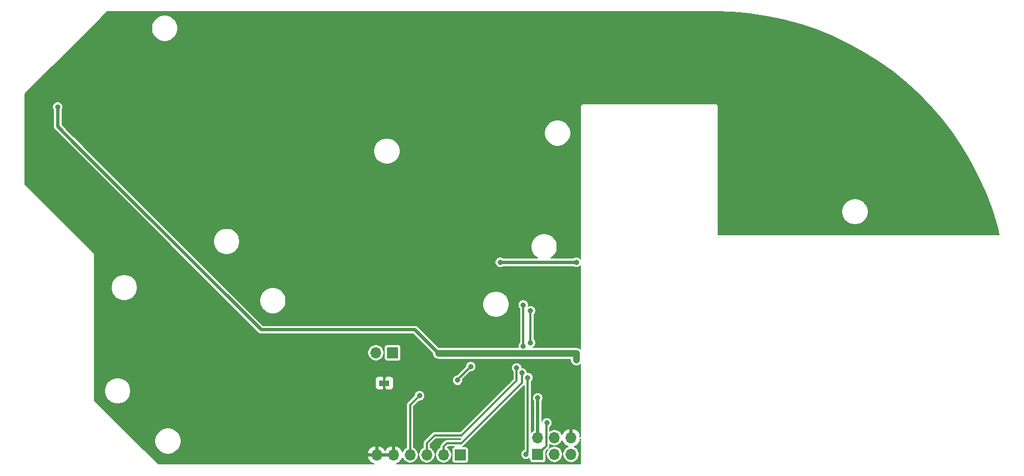
<source format=gbr>
G04 #@! TF.GenerationSoftware,KiCad,Pcbnew,(5.1.5-0-10_14)*
G04 #@! TF.CreationDate,2020-04-05T12:42:30-04:00*
G04 #@! TF.ProjectId,mobo,6d6f626f-2e6b-4696-9361-645f70636258,rev?*
G04 #@! TF.SameCoordinates,Original*
G04 #@! TF.FileFunction,Copper,L2,Bot*
G04 #@! TF.FilePolarity,Positive*
%FSLAX46Y46*%
G04 Gerber Fmt 4.6, Leading zero omitted, Abs format (unit mm)*
G04 Created by KiCad (PCBNEW (5.1.5-0-10_14)) date 2020-04-05 12:42:30*
%MOMM*%
%LPD*%
G04 APERTURE LIST*
%ADD10R,1.700000X1.700000*%
%ADD11O,1.700000X1.700000*%
%ADD12C,0.600000*%
%ADD13R,1.600000X0.900000*%
%ADD14C,0.800000*%
%ADD15C,0.300000*%
%ADD16C,0.500000*%
%ADD17C,1.000000*%
%ADD18C,0.200000*%
G04 APERTURE END LIST*
D10*
X155600000Y-171000000D03*
D11*
X155600000Y-168460000D03*
X158140000Y-171000000D03*
X158140000Y-168460000D03*
X160680000Y-171000000D03*
X160680000Y-168460000D03*
D10*
X143798000Y-171087000D03*
D11*
X141258000Y-171087000D03*
X138718000Y-171087000D03*
X136178000Y-171087000D03*
X133638000Y-171087000D03*
X131098000Y-171087000D03*
D10*
X133500000Y-155500000D03*
D11*
X130960000Y-155500000D03*
D12*
X132747000Y-160140000D03*
X131747000Y-160140000D03*
D13*
X132247000Y-160140000D03*
D14*
X130215000Y-160140000D03*
X151000000Y-160000000D03*
X143900000Y-161400000D03*
X88300000Y-113200000D03*
X83300000Y-116000000D03*
X155600000Y-162400000D03*
X137600000Y-162050000D03*
X161500000Y-155600000D03*
X161500000Y-156600000D03*
X140500000Y-155600000D03*
X141400000Y-155600000D03*
X149900000Y-141700000D03*
X161500000Y-141700000D03*
X82500000Y-118000000D03*
X154100000Y-159300000D03*
X153800000Y-171000000D03*
X153200000Y-158600000D03*
X152400000Y-157800000D03*
X154500000Y-154000000D03*
X154500000Y-149100000D03*
X153400000Y-154500000D03*
X153400000Y-148200000D03*
X157000000Y-166200000D03*
X143400000Y-159700000D03*
X145400000Y-157600000D03*
D15*
X132247000Y-161664000D02*
X132247000Y-160140000D01*
X132120000Y-161791000D02*
X132247000Y-161664000D01*
X131300315Y-161791000D02*
X132120000Y-161791000D01*
X130215000Y-160705685D02*
X131300315Y-161791000D01*
X130215000Y-160140000D02*
X130215000Y-160705685D01*
X130215000Y-160140000D02*
X130215000Y-159632000D01*
X130215000Y-159632000D02*
X131358000Y-158489000D01*
X131358000Y-158489000D02*
X132120000Y-158489000D01*
X132120000Y-158489000D02*
X132247000Y-158616000D01*
X132247000Y-158616000D02*
X132247000Y-160140000D01*
D16*
X155600000Y-168460000D02*
X155600000Y-162400000D01*
D15*
X136178000Y-163472000D02*
X136178000Y-171087000D01*
X137600000Y-162050000D02*
X136178000Y-163472000D01*
D17*
X161500000Y-155600000D02*
X141400000Y-155600000D01*
X161500000Y-156600000D02*
X161500000Y-155600000D01*
X140500000Y-155600000D02*
X140500000Y-155600000D01*
X141400000Y-155600000D02*
X140500000Y-155600000D01*
D16*
X149900000Y-141700000D02*
X161500000Y-141700000D01*
X140500000Y-155600000D02*
X136900000Y-152000000D01*
X136900000Y-152000000D02*
X113500000Y-152000000D01*
X113500000Y-152000000D02*
X91000000Y-129500000D01*
X91000000Y-129500000D02*
X85400000Y-123900000D01*
X85400000Y-123900000D02*
X82500000Y-121000000D01*
X82500000Y-121000000D02*
X82500000Y-118000000D01*
D15*
X154100000Y-170700000D02*
X153800000Y-171000000D01*
X154100000Y-159300000D02*
X154100000Y-170700000D01*
X141258000Y-169842000D02*
X141258000Y-171087000D01*
X153200000Y-160100000D02*
X144000000Y-169300000D01*
X141800000Y-169300000D02*
X141258000Y-169842000D01*
X144000000Y-169300000D02*
X141800000Y-169300000D01*
X153200000Y-158600000D02*
X153200000Y-160100000D01*
X152400000Y-159710002D02*
X144010002Y-168100000D01*
X152400000Y-157800000D02*
X152400000Y-159710002D01*
X144010002Y-168100000D02*
X139900000Y-168100000D01*
X138718000Y-169282000D02*
X138718000Y-171087000D01*
X139900000Y-168100000D02*
X138718000Y-169282000D01*
X154500000Y-154000000D02*
X154500000Y-149100000D01*
X153400000Y-154500000D02*
X153400000Y-148200000D01*
X156900000Y-169700000D02*
X155600000Y-171000000D01*
X156900000Y-166300000D02*
X156900000Y-169700000D01*
X157000000Y-166200000D02*
X156900000Y-166300000D01*
X143400000Y-159600000D02*
X145400000Y-157600000D01*
X143400000Y-159700000D02*
X143400000Y-159600000D01*
D18*
G36*
X182622647Y-103480000D02*
G01*
X185269114Y-103558546D01*
X187898957Y-103793252D01*
X190510226Y-104183510D01*
X193093757Y-104727944D01*
X195640483Y-105424649D01*
X198141380Y-106271156D01*
X200587663Y-107264489D01*
X202970764Y-108401169D01*
X205282227Y-109677165D01*
X207513961Y-111088011D01*
X209658091Y-112628723D01*
X211707069Y-114293882D01*
X213653700Y-116077641D01*
X215491099Y-117973689D01*
X217212820Y-119975375D01*
X218812804Y-122075654D01*
X220285408Y-124267120D01*
X221625450Y-126542060D01*
X222828222Y-128892482D01*
X223889478Y-131310090D01*
X224805487Y-133786386D01*
X225573683Y-136314817D01*
X225864623Y-137479999D01*
X183129999Y-137479999D01*
X183129999Y-133782004D01*
X201903998Y-133782004D01*
X201903998Y-134177994D01*
X201981252Y-134566374D01*
X202132790Y-134932220D01*
X202352790Y-135261473D01*
X202632797Y-135541480D01*
X202962050Y-135761480D01*
X203327896Y-135913018D01*
X203716276Y-135990272D01*
X204112266Y-135990272D01*
X204500646Y-135913018D01*
X204866492Y-135761480D01*
X205195745Y-135541480D01*
X205475752Y-135261473D01*
X205695752Y-134932220D01*
X205847290Y-134566374D01*
X205924544Y-134177994D01*
X205924544Y-133782004D01*
X205847290Y-133393624D01*
X205695752Y-133027778D01*
X205475752Y-132698525D01*
X205195745Y-132418518D01*
X204866492Y-132198518D01*
X204500646Y-132046980D01*
X204112266Y-131969726D01*
X203716276Y-131969726D01*
X203327896Y-132046980D01*
X202962050Y-132198518D01*
X202632797Y-132418518D01*
X202352790Y-132698525D01*
X202132790Y-133027778D01*
X201981252Y-133393624D01*
X201903998Y-133782004D01*
X183129999Y-133782004D01*
X183129999Y-118004560D01*
X183132418Y-117980000D01*
X183122764Y-117881983D01*
X183094174Y-117787733D01*
X183047745Y-117700871D01*
X182985263Y-117624736D01*
X182909128Y-117562254D01*
X182822266Y-117515825D01*
X182728016Y-117487235D01*
X182654559Y-117480000D01*
X182629999Y-117477581D01*
X182605439Y-117480000D01*
X162654560Y-117480000D01*
X162630000Y-117477581D01*
X162605440Y-117480000D01*
X162531983Y-117487235D01*
X162437733Y-117515825D01*
X162350871Y-117562254D01*
X162274736Y-117624736D01*
X162212254Y-117700871D01*
X162165825Y-117787733D01*
X162137235Y-117881983D01*
X162127581Y-117980000D01*
X162130000Y-118004560D01*
X162130000Y-141202900D01*
X162121401Y-141190030D01*
X162009970Y-141078599D01*
X161878942Y-140991049D01*
X161733351Y-140930743D01*
X161578793Y-140900000D01*
X161421207Y-140900000D01*
X161266649Y-140930743D01*
X161121058Y-140991049D01*
X161032831Y-141050000D01*
X157596585Y-141050000D01*
X157854800Y-140877466D01*
X158134807Y-140597459D01*
X158354807Y-140268206D01*
X158506345Y-139902360D01*
X158583599Y-139513980D01*
X158583599Y-139117990D01*
X158506345Y-138729610D01*
X158354807Y-138363764D01*
X158134807Y-138034511D01*
X157854800Y-137754504D01*
X157525547Y-137534504D01*
X157159701Y-137382966D01*
X156771321Y-137305712D01*
X156375331Y-137305712D01*
X155986951Y-137382966D01*
X155621105Y-137534504D01*
X155291852Y-137754504D01*
X155011845Y-138034511D01*
X154791845Y-138363764D01*
X154640307Y-138729610D01*
X154563053Y-139117990D01*
X154563053Y-139513980D01*
X154640307Y-139902360D01*
X154791845Y-140268206D01*
X155011845Y-140597459D01*
X155291852Y-140877466D01*
X155550067Y-141050000D01*
X150367169Y-141050000D01*
X150278942Y-140991049D01*
X150133351Y-140930743D01*
X149978793Y-140900000D01*
X149821207Y-140900000D01*
X149666649Y-140930743D01*
X149521058Y-140991049D01*
X149390030Y-141078599D01*
X149278599Y-141190030D01*
X149191049Y-141321058D01*
X149130743Y-141466649D01*
X149100000Y-141621207D01*
X149100000Y-141778793D01*
X149130743Y-141933351D01*
X149191049Y-142078942D01*
X149278599Y-142209970D01*
X149390030Y-142321401D01*
X149521058Y-142408951D01*
X149666649Y-142469257D01*
X149821207Y-142500000D01*
X149978793Y-142500000D01*
X150133351Y-142469257D01*
X150278942Y-142408951D01*
X150367169Y-142350000D01*
X161032831Y-142350000D01*
X161121058Y-142408951D01*
X161266649Y-142469257D01*
X161421207Y-142500000D01*
X161578793Y-142500000D01*
X161733351Y-142469257D01*
X161878942Y-142408951D01*
X162009970Y-142321401D01*
X162121401Y-142209970D01*
X162130000Y-142197100D01*
X162130001Y-154952750D01*
X162002432Y-154848057D01*
X161846081Y-154764486D01*
X161676431Y-154713023D01*
X161544207Y-154700000D01*
X161500000Y-154695646D01*
X161455794Y-154700000D01*
X154892338Y-154700000D01*
X155009970Y-154621401D01*
X155121401Y-154509970D01*
X155208951Y-154378942D01*
X155269257Y-154233351D01*
X155300000Y-154078793D01*
X155300000Y-153921207D01*
X155269257Y-153766649D01*
X155208951Y-153621058D01*
X155121401Y-153490030D01*
X155050000Y-153418629D01*
X155050000Y-149681371D01*
X155121401Y-149609970D01*
X155208951Y-149478942D01*
X155269257Y-149333351D01*
X155300000Y-149178793D01*
X155300000Y-149021207D01*
X155269257Y-148866649D01*
X155208951Y-148721058D01*
X155121401Y-148590030D01*
X155009970Y-148478599D01*
X154878942Y-148391049D01*
X154733351Y-148330743D01*
X154578793Y-148300000D01*
X154421207Y-148300000D01*
X154266649Y-148330743D01*
X154182755Y-148365493D01*
X154200000Y-148278793D01*
X154200000Y-148121207D01*
X154169257Y-147966649D01*
X154108951Y-147821058D01*
X154021401Y-147690030D01*
X153909970Y-147578599D01*
X153778942Y-147491049D01*
X153633351Y-147430743D01*
X153478793Y-147400000D01*
X153321207Y-147400000D01*
X153166649Y-147430743D01*
X153021058Y-147491049D01*
X152890030Y-147578599D01*
X152778599Y-147690030D01*
X152691049Y-147821058D01*
X152630743Y-147966649D01*
X152600000Y-148121207D01*
X152600000Y-148278793D01*
X152630743Y-148433351D01*
X152691049Y-148578942D01*
X152778599Y-148709970D01*
X152850001Y-148781372D01*
X152850000Y-153918629D01*
X152778599Y-153990030D01*
X152691049Y-154121058D01*
X152630743Y-154266649D01*
X152600000Y-154421207D01*
X152600000Y-154578793D01*
X152624109Y-154700000D01*
X140519238Y-154700000D01*
X137382200Y-151562962D01*
X137361843Y-151538157D01*
X137262868Y-151456930D01*
X137149948Y-151396573D01*
X137027422Y-151359405D01*
X136931932Y-151350000D01*
X136931921Y-151350000D01*
X136900000Y-151346856D01*
X136868079Y-151350000D01*
X113769239Y-151350000D01*
X109769908Y-147350669D01*
X113243926Y-147350669D01*
X113243926Y-147746659D01*
X113321180Y-148135039D01*
X113472718Y-148500885D01*
X113692718Y-148830138D01*
X113972725Y-149110145D01*
X114301978Y-149330145D01*
X114667824Y-149481683D01*
X115056204Y-149558937D01*
X115452194Y-149558937D01*
X115840574Y-149481683D01*
X116206420Y-149330145D01*
X116535673Y-149110145D01*
X116815680Y-148830138D01*
X117035680Y-148500885D01*
X117187218Y-148135039D01*
X117232548Y-147907149D01*
X147239372Y-147907149D01*
X147239372Y-148303139D01*
X147316626Y-148691519D01*
X147468164Y-149057365D01*
X147688164Y-149386618D01*
X147968171Y-149666625D01*
X148297424Y-149886625D01*
X148663270Y-150038163D01*
X149051650Y-150115417D01*
X149447640Y-150115417D01*
X149836020Y-150038163D01*
X150201866Y-149886625D01*
X150531119Y-149666625D01*
X150811126Y-149386618D01*
X151031126Y-149057365D01*
X151182664Y-148691519D01*
X151259918Y-148303139D01*
X151259918Y-147907149D01*
X151182664Y-147518769D01*
X151031126Y-147152923D01*
X150811126Y-146823670D01*
X150531119Y-146543663D01*
X150201866Y-146323663D01*
X149836020Y-146172125D01*
X149447640Y-146094871D01*
X149051650Y-146094871D01*
X148663270Y-146172125D01*
X148297424Y-146323663D01*
X147968171Y-146543663D01*
X147688164Y-146823670D01*
X147468164Y-147152923D01*
X147316626Y-147518769D01*
X147239372Y-147907149D01*
X117232548Y-147907149D01*
X117264472Y-147746659D01*
X117264472Y-147350669D01*
X117187218Y-146962289D01*
X117035680Y-146596443D01*
X116815680Y-146267190D01*
X116535673Y-145987183D01*
X116206420Y-145767183D01*
X115840574Y-145615645D01*
X115452194Y-145538391D01*
X115056204Y-145538391D01*
X114667824Y-145615645D01*
X114301978Y-145767183D01*
X113972725Y-145987183D01*
X113692718Y-146267190D01*
X113472718Y-146596443D01*
X113321180Y-146962289D01*
X113243926Y-147350669D01*
X109769908Y-147350669D01*
X100745756Y-138326517D01*
X106211835Y-138326517D01*
X106211835Y-138722507D01*
X106289089Y-139110887D01*
X106440627Y-139476733D01*
X106660627Y-139805986D01*
X106940634Y-140085993D01*
X107269887Y-140305993D01*
X107635733Y-140457531D01*
X108024113Y-140534785D01*
X108420103Y-140534785D01*
X108808483Y-140457531D01*
X109174329Y-140305993D01*
X109503582Y-140085993D01*
X109783589Y-139805986D01*
X110003589Y-139476733D01*
X110155127Y-139110887D01*
X110232381Y-138722507D01*
X110232381Y-138326517D01*
X110155127Y-137938137D01*
X110003589Y-137572291D01*
X109783589Y-137243038D01*
X109503582Y-136963031D01*
X109174329Y-136743031D01*
X108808483Y-136591493D01*
X108420103Y-136514239D01*
X108024113Y-136514239D01*
X107635733Y-136591493D01*
X107269887Y-136743031D01*
X106940634Y-136963031D01*
X106660627Y-137243038D01*
X106440627Y-137572291D01*
X106289089Y-137938137D01*
X106211835Y-138326517D01*
X100745756Y-138326517D01*
X91482203Y-129062965D01*
X91482198Y-129062959D01*
X86951243Y-124532004D01*
X130619728Y-124532004D01*
X130619728Y-124927994D01*
X130696982Y-125316374D01*
X130848520Y-125682220D01*
X131068520Y-126011473D01*
X131348527Y-126291480D01*
X131677780Y-126511480D01*
X132043626Y-126663018D01*
X132432006Y-126740272D01*
X132827996Y-126740272D01*
X133216376Y-126663018D01*
X133582222Y-126511480D01*
X133911475Y-126291480D01*
X134191482Y-126011473D01*
X134411482Y-125682220D01*
X134563020Y-125316374D01*
X134640274Y-124927994D01*
X134640274Y-124532004D01*
X134563020Y-124143624D01*
X134411482Y-123777778D01*
X134191482Y-123448525D01*
X133911475Y-123168518D01*
X133582222Y-122948518D01*
X133216376Y-122796980D01*
X132827996Y-122719726D01*
X132432006Y-122719726D01*
X132043626Y-122796980D01*
X131677780Y-122948518D01*
X131348527Y-123168518D01*
X131068520Y-123448525D01*
X130848520Y-123777778D01*
X130696982Y-124143624D01*
X130619728Y-124532004D01*
X86951243Y-124532004D01*
X85882203Y-123462965D01*
X85882198Y-123462959D01*
X84201244Y-121782005D01*
X156619727Y-121782005D01*
X156619727Y-122177995D01*
X156696981Y-122566375D01*
X156848519Y-122932221D01*
X157068519Y-123261474D01*
X157348526Y-123541481D01*
X157677779Y-123761481D01*
X158043625Y-123913019D01*
X158432005Y-123990273D01*
X158827995Y-123990273D01*
X159216375Y-123913019D01*
X159582221Y-123761481D01*
X159911474Y-123541481D01*
X160191481Y-123261474D01*
X160411481Y-122932221D01*
X160563019Y-122566375D01*
X160640273Y-122177995D01*
X160640273Y-121782005D01*
X160563019Y-121393625D01*
X160411481Y-121027779D01*
X160191481Y-120698526D01*
X159911474Y-120418519D01*
X159582221Y-120198519D01*
X159216375Y-120046981D01*
X158827995Y-119969727D01*
X158432005Y-119969727D01*
X158043625Y-120046981D01*
X157677779Y-120198519D01*
X157348526Y-120418519D01*
X157068519Y-120698526D01*
X156848519Y-121027779D01*
X156696981Y-121393625D01*
X156619727Y-121782005D01*
X84201244Y-121782005D01*
X83150000Y-120730762D01*
X83150000Y-118467169D01*
X83208951Y-118378942D01*
X83269257Y-118233351D01*
X83300000Y-118078793D01*
X83300000Y-117921207D01*
X83269257Y-117766649D01*
X83208951Y-117621058D01*
X83121401Y-117490030D01*
X83009970Y-117378599D01*
X82878942Y-117291049D01*
X82733351Y-117230743D01*
X82578793Y-117200000D01*
X82421207Y-117200000D01*
X82266649Y-117230743D01*
X82121058Y-117291049D01*
X81990030Y-117378599D01*
X81878599Y-117490030D01*
X81791049Y-117621058D01*
X81730743Y-117766649D01*
X81700000Y-117921207D01*
X81700000Y-118078793D01*
X81730743Y-118233351D01*
X81791049Y-118378942D01*
X81850001Y-118467170D01*
X81850000Y-120968078D01*
X81846856Y-121000000D01*
X81850000Y-121031921D01*
X81850000Y-121031931D01*
X81859405Y-121127421D01*
X81883542Y-121206990D01*
X81896573Y-121249947D01*
X81956930Y-121362868D01*
X81969696Y-121378423D01*
X82038157Y-121461843D01*
X82062962Y-121482200D01*
X84962959Y-124382198D01*
X84962965Y-124382203D01*
X90562959Y-129982198D01*
X90562965Y-129982203D01*
X113017804Y-152437043D01*
X113038157Y-152461843D01*
X113062957Y-152482196D01*
X113062959Y-152482198D01*
X113115836Y-152525593D01*
X113137132Y-152543070D01*
X113250052Y-152603427D01*
X113372578Y-152640595D01*
X113468068Y-152650000D01*
X113468078Y-152650000D01*
X113499999Y-152653144D01*
X113531920Y-152650000D01*
X136630762Y-152650000D01*
X139597272Y-155616510D01*
X139613023Y-155776431D01*
X139664486Y-155946081D01*
X139748057Y-156102432D01*
X139860525Y-156239475D01*
X139997568Y-156351943D01*
X140153919Y-156435514D01*
X140323569Y-156486977D01*
X140455793Y-156500000D01*
X160600000Y-156500000D01*
X160600000Y-156644206D01*
X160613023Y-156776430D01*
X160664486Y-156946080D01*
X160748057Y-157102431D01*
X160860525Y-157239475D01*
X160997568Y-157351943D01*
X161153919Y-157435514D01*
X161323569Y-157486977D01*
X161500000Y-157504354D01*
X161676430Y-157486977D01*
X161846080Y-157435514D01*
X162002431Y-157351943D01*
X162130001Y-157247250D01*
X162130001Y-168305998D01*
X161977851Y-168305998D01*
X162087909Y-168081089D01*
X161986935Y-167813700D01*
X161835736Y-167571148D01*
X161640122Y-167362754D01*
X161407611Y-167196527D01*
X161147139Y-167078854D01*
X161058910Y-167052097D01*
X160834000Y-167163111D01*
X160834000Y-168306000D01*
X160854000Y-168306000D01*
X160854000Y-168614000D01*
X160834000Y-168614000D01*
X160834000Y-168634000D01*
X160526000Y-168634000D01*
X160526000Y-168614000D01*
X160506000Y-168614000D01*
X160506000Y-168306000D01*
X160526000Y-168306000D01*
X160526000Y-167163111D01*
X160301090Y-167052097D01*
X160212861Y-167078854D01*
X159952389Y-167196527D01*
X159719878Y-167362754D01*
X159524264Y-167571148D01*
X159373065Y-167813700D01*
X159302588Y-168000330D01*
X159247735Y-167867903D01*
X159110938Y-167663172D01*
X158936828Y-167489062D01*
X158732097Y-167352265D01*
X158504611Y-167258037D01*
X158263114Y-167210000D01*
X158016886Y-167210000D01*
X157775389Y-167258037D01*
X157547903Y-167352265D01*
X157450000Y-167417682D01*
X157450000Y-166861472D01*
X157509970Y-166821401D01*
X157621401Y-166709970D01*
X157708951Y-166578942D01*
X157769257Y-166433351D01*
X157800000Y-166278793D01*
X157800000Y-166121207D01*
X157769257Y-165966649D01*
X157708951Y-165821058D01*
X157621401Y-165690030D01*
X157509970Y-165578599D01*
X157378942Y-165491049D01*
X157233351Y-165430743D01*
X157078793Y-165400000D01*
X156921207Y-165400000D01*
X156766649Y-165430743D01*
X156621058Y-165491049D01*
X156490030Y-165578599D01*
X156378599Y-165690030D01*
X156291049Y-165821058D01*
X156250000Y-165920159D01*
X156250000Y-162867169D01*
X156308951Y-162778942D01*
X156369257Y-162633351D01*
X156400000Y-162478793D01*
X156400000Y-162321207D01*
X156369257Y-162166649D01*
X156308951Y-162021058D01*
X156221401Y-161890030D01*
X156109970Y-161778599D01*
X155978942Y-161691049D01*
X155833351Y-161630743D01*
X155678793Y-161600000D01*
X155521207Y-161600000D01*
X155366649Y-161630743D01*
X155221058Y-161691049D01*
X155090030Y-161778599D01*
X154978599Y-161890030D01*
X154891049Y-162021058D01*
X154830743Y-162166649D01*
X154800000Y-162321207D01*
X154800000Y-162478793D01*
X154830743Y-162633351D01*
X154891049Y-162778942D01*
X154950001Y-162867170D01*
X154950000Y-167390954D01*
X154803172Y-167489062D01*
X154650000Y-167642234D01*
X154650000Y-159881371D01*
X154721401Y-159809970D01*
X154808951Y-159678942D01*
X154869257Y-159533351D01*
X154900000Y-159378793D01*
X154900000Y-159221207D01*
X154869257Y-159066649D01*
X154808951Y-158921058D01*
X154721401Y-158790030D01*
X154609970Y-158678599D01*
X154478942Y-158591049D01*
X154333351Y-158530743D01*
X154178793Y-158500000D01*
X154021207Y-158500000D01*
X153996749Y-158504865D01*
X153969257Y-158366649D01*
X153908951Y-158221058D01*
X153821401Y-158090030D01*
X153709970Y-157978599D01*
X153578942Y-157891049D01*
X153433351Y-157830743D01*
X153278793Y-157800000D01*
X153200000Y-157800000D01*
X153200000Y-157721207D01*
X153169257Y-157566649D01*
X153108951Y-157421058D01*
X153021401Y-157290030D01*
X152909970Y-157178599D01*
X152778942Y-157091049D01*
X152633351Y-157030743D01*
X152478793Y-157000000D01*
X152321207Y-157000000D01*
X152166649Y-157030743D01*
X152021058Y-157091049D01*
X151890030Y-157178599D01*
X151778599Y-157290030D01*
X151691049Y-157421058D01*
X151630743Y-157566649D01*
X151600000Y-157721207D01*
X151600000Y-157878793D01*
X151630743Y-158033351D01*
X151691049Y-158178942D01*
X151778599Y-158309970D01*
X151850000Y-158381371D01*
X151850001Y-159482183D01*
X143782185Y-167550000D01*
X139927007Y-167550000D01*
X139899999Y-167547340D01*
X139872991Y-167550000D01*
X139872982Y-167550000D01*
X139792181Y-167557958D01*
X139688506Y-167589408D01*
X139592958Y-167640479D01*
X139592956Y-167640480D01*
X139592957Y-167640480D01*
X139530195Y-167691987D01*
X139530190Y-167691992D01*
X139509210Y-167709210D01*
X139491992Y-167730190D01*
X138348196Y-168873987D01*
X138327210Y-168891210D01*
X138258479Y-168974958D01*
X138207408Y-169070507D01*
X138175958Y-169174182D01*
X138168000Y-169254983D01*
X138168000Y-169254992D01*
X138165340Y-169282000D01*
X138168000Y-169309008D01*
X138168000Y-169961828D01*
X138125903Y-169979265D01*
X137921172Y-170116062D01*
X137747062Y-170290172D01*
X137610265Y-170494903D01*
X137516037Y-170722389D01*
X137468000Y-170963886D01*
X137468000Y-171210114D01*
X137516037Y-171451611D01*
X137610265Y-171679097D01*
X137747062Y-171883828D01*
X137921172Y-172057938D01*
X138125903Y-172194735D01*
X138353389Y-172288963D01*
X138594886Y-172337000D01*
X138841114Y-172337000D01*
X139082611Y-172288963D01*
X139310097Y-172194735D01*
X139514828Y-172057938D01*
X139688938Y-171883828D01*
X139825735Y-171679097D01*
X139919963Y-171451611D01*
X139968000Y-171210114D01*
X139968000Y-170963886D01*
X139919963Y-170722389D01*
X139825735Y-170494903D01*
X139688938Y-170290172D01*
X139514828Y-170116062D01*
X139310097Y-169979265D01*
X139268000Y-169961828D01*
X139268000Y-169509817D01*
X140127818Y-168650000D01*
X143872183Y-168650000D01*
X143772183Y-168750000D01*
X141827011Y-168750000D01*
X141800000Y-168747340D01*
X141772989Y-168750000D01*
X141772982Y-168750000D01*
X141692181Y-168757958D01*
X141588505Y-168789408D01*
X141526634Y-168822479D01*
X141492958Y-168840479D01*
X141409210Y-168909210D01*
X141391987Y-168930196D01*
X140888196Y-169433987D01*
X140867210Y-169451210D01*
X140798479Y-169534958D01*
X140747408Y-169630507D01*
X140715958Y-169734182D01*
X140708000Y-169814983D01*
X140708000Y-169814992D01*
X140705340Y-169842000D01*
X140708000Y-169869008D01*
X140708000Y-169961828D01*
X140665903Y-169979265D01*
X140461172Y-170116062D01*
X140287062Y-170290172D01*
X140150265Y-170494903D01*
X140056037Y-170722389D01*
X140008000Y-170963886D01*
X140008000Y-171210114D01*
X140056037Y-171451611D01*
X140150265Y-171679097D01*
X140287062Y-171883828D01*
X140461172Y-172057938D01*
X140665903Y-172194735D01*
X140893389Y-172288963D01*
X141134886Y-172337000D01*
X141381114Y-172337000D01*
X141622611Y-172288963D01*
X141850097Y-172194735D01*
X142054828Y-172057938D01*
X142228938Y-171883828D01*
X142365735Y-171679097D01*
X142459963Y-171451611D01*
X142508000Y-171210114D01*
X142508000Y-170963886D01*
X142459963Y-170722389D01*
X142365735Y-170494903D01*
X142228938Y-170290172D01*
X142054828Y-170116062D01*
X141879144Y-169998673D01*
X142027817Y-169850000D01*
X142845811Y-169850000D01*
X142794186Y-169865660D01*
X142724697Y-169902803D01*
X142663789Y-169952789D01*
X142613803Y-170013697D01*
X142576660Y-170083186D01*
X142553788Y-170158586D01*
X142546065Y-170237000D01*
X142546065Y-171937000D01*
X142553788Y-172015414D01*
X142576660Y-172090814D01*
X142613803Y-172160303D01*
X142663789Y-172221211D01*
X142724697Y-172271197D01*
X142794186Y-172308340D01*
X142869586Y-172331212D01*
X142948000Y-172338935D01*
X144648000Y-172338935D01*
X144726414Y-172331212D01*
X144801814Y-172308340D01*
X144871303Y-172271197D01*
X144932211Y-172221211D01*
X144982197Y-172160303D01*
X145019340Y-172090814D01*
X145042212Y-172015414D01*
X145049935Y-171937000D01*
X145049935Y-170237000D01*
X145042212Y-170158586D01*
X145019340Y-170083186D01*
X144982197Y-170013697D01*
X144932211Y-169952789D01*
X144871303Y-169902803D01*
X144801814Y-169865660D01*
X144726414Y-169842788D01*
X144648000Y-169835065D01*
X144130819Y-169835065D01*
X144211494Y-169810592D01*
X144307042Y-169759521D01*
X144390790Y-169690790D01*
X144408013Y-169669804D01*
X153550000Y-160527817D01*
X153550001Y-170237639D01*
X153421058Y-170291049D01*
X153290030Y-170378599D01*
X153178599Y-170490030D01*
X153091049Y-170621058D01*
X153030743Y-170766649D01*
X153000000Y-170921207D01*
X153000000Y-171078793D01*
X153030743Y-171233351D01*
X153091049Y-171378942D01*
X153178599Y-171509970D01*
X153290030Y-171621401D01*
X153421058Y-171708951D01*
X153566649Y-171769257D01*
X153721207Y-171800000D01*
X153878793Y-171800000D01*
X154033351Y-171769257D01*
X154178942Y-171708951D01*
X154309970Y-171621401D01*
X154348065Y-171583306D01*
X154348065Y-171850000D01*
X154355788Y-171928414D01*
X154378660Y-172003814D01*
X154415803Y-172073303D01*
X154465789Y-172134211D01*
X154526697Y-172184197D01*
X154596186Y-172221340D01*
X154671586Y-172244212D01*
X154750000Y-172251935D01*
X156450000Y-172251935D01*
X156528414Y-172244212D01*
X156603814Y-172221340D01*
X156673303Y-172184197D01*
X156734211Y-172134211D01*
X156784197Y-172073303D01*
X156821340Y-172003814D01*
X156844212Y-171928414D01*
X156851935Y-171850000D01*
X156851935Y-170525882D01*
X157157820Y-170219997D01*
X157032265Y-170407903D01*
X156938037Y-170635389D01*
X156890000Y-170876886D01*
X156890000Y-171123114D01*
X156938037Y-171364611D01*
X157032265Y-171592097D01*
X157169062Y-171796828D01*
X157343172Y-171970938D01*
X157547903Y-172107735D01*
X157775389Y-172201963D01*
X158016886Y-172250000D01*
X158263114Y-172250000D01*
X158504611Y-172201963D01*
X158732097Y-172107735D01*
X158936828Y-171970938D01*
X159110938Y-171796828D01*
X159247735Y-171592097D01*
X159341963Y-171364611D01*
X159390000Y-171123114D01*
X159390000Y-170876886D01*
X159341963Y-170635389D01*
X159247735Y-170407903D01*
X159110938Y-170203172D01*
X158936828Y-170029062D01*
X158732097Y-169892265D01*
X158504611Y-169798037D01*
X158263114Y-169750000D01*
X158016886Y-169750000D01*
X157775389Y-169798037D01*
X157547903Y-169892265D01*
X157343172Y-170029062D01*
X157333566Y-170038668D01*
X157359521Y-170007042D01*
X157410592Y-169911494D01*
X157442042Y-169807819D01*
X157450000Y-169727018D01*
X157450000Y-169727011D01*
X157452660Y-169700000D01*
X157450000Y-169672989D01*
X157450000Y-169502318D01*
X157547903Y-169567735D01*
X157775389Y-169661963D01*
X158016886Y-169710000D01*
X158263114Y-169710000D01*
X158504611Y-169661963D01*
X158732097Y-169567735D01*
X158936828Y-169430938D01*
X159110938Y-169256828D01*
X159247735Y-169052097D01*
X159302588Y-168919670D01*
X159373065Y-169106300D01*
X159524264Y-169348852D01*
X159719878Y-169557246D01*
X159952389Y-169723473D01*
X160212121Y-169840812D01*
X160087903Y-169892265D01*
X159883172Y-170029062D01*
X159709062Y-170203172D01*
X159572265Y-170407903D01*
X159478037Y-170635389D01*
X159430000Y-170876886D01*
X159430000Y-171123114D01*
X159478037Y-171364611D01*
X159572265Y-171592097D01*
X159709062Y-171796828D01*
X159883172Y-171970938D01*
X160087903Y-172107735D01*
X160315389Y-172201963D01*
X160556886Y-172250000D01*
X160803114Y-172250000D01*
X161044611Y-172201963D01*
X161272097Y-172107735D01*
X161476828Y-171970938D01*
X161650938Y-171796828D01*
X161787735Y-171592097D01*
X161881963Y-171364611D01*
X161930000Y-171123114D01*
X161930000Y-170876886D01*
X161881963Y-170635389D01*
X161787735Y-170407903D01*
X161650938Y-170203172D01*
X161476828Y-170029062D01*
X161272097Y-169892265D01*
X161147879Y-169840812D01*
X161407611Y-169723473D01*
X161640122Y-169557246D01*
X161835736Y-169348852D01*
X161986935Y-169106300D01*
X162087909Y-168838911D01*
X161977851Y-168614002D01*
X162130001Y-168614002D01*
X162130001Y-172479998D01*
X134066055Y-172479999D01*
X134105139Y-172468146D01*
X134365611Y-172350473D01*
X134598122Y-172184246D01*
X134793736Y-171975852D01*
X134944935Y-171733300D01*
X135015412Y-171546670D01*
X135070265Y-171679097D01*
X135207062Y-171883828D01*
X135381172Y-172057938D01*
X135585903Y-172194735D01*
X135813389Y-172288963D01*
X136054886Y-172337000D01*
X136301114Y-172337000D01*
X136542611Y-172288963D01*
X136770097Y-172194735D01*
X136974828Y-172057938D01*
X137148938Y-171883828D01*
X137285735Y-171679097D01*
X137379963Y-171451611D01*
X137428000Y-171210114D01*
X137428000Y-170963886D01*
X137379963Y-170722389D01*
X137285735Y-170494903D01*
X137148938Y-170290172D01*
X136974828Y-170116062D01*
X136770097Y-169979265D01*
X136728000Y-169961828D01*
X136728000Y-163699817D01*
X137577817Y-162850000D01*
X137678793Y-162850000D01*
X137833351Y-162819257D01*
X137978942Y-162758951D01*
X138109970Y-162671401D01*
X138221401Y-162559970D01*
X138308951Y-162428942D01*
X138369257Y-162283351D01*
X138400000Y-162128793D01*
X138400000Y-161971207D01*
X138369257Y-161816649D01*
X138308951Y-161671058D01*
X138221401Y-161540030D01*
X138109970Y-161428599D01*
X137978942Y-161341049D01*
X137833351Y-161280743D01*
X137678793Y-161250000D01*
X137521207Y-161250000D01*
X137366649Y-161280743D01*
X137221058Y-161341049D01*
X137090030Y-161428599D01*
X136978599Y-161540030D01*
X136891049Y-161671058D01*
X136830743Y-161816649D01*
X136800000Y-161971207D01*
X136800000Y-162072183D01*
X135808196Y-163063987D01*
X135787210Y-163081210D01*
X135718479Y-163164958D01*
X135667408Y-163260507D01*
X135635958Y-163364182D01*
X135628000Y-163444983D01*
X135628000Y-163444992D01*
X135625340Y-163472000D01*
X135628000Y-163499008D01*
X135628001Y-169961827D01*
X135585903Y-169979265D01*
X135381172Y-170116062D01*
X135207062Y-170290172D01*
X135070265Y-170494903D01*
X135015412Y-170627330D01*
X134944935Y-170440700D01*
X134793736Y-170198148D01*
X134598122Y-169989754D01*
X134365611Y-169823527D01*
X134105139Y-169705854D01*
X134016910Y-169679097D01*
X133792000Y-169790111D01*
X133792000Y-170933000D01*
X133812000Y-170933000D01*
X133812000Y-171241000D01*
X133792000Y-171241000D01*
X133792000Y-171261000D01*
X133484000Y-171261000D01*
X133484000Y-171241000D01*
X131252000Y-171241000D01*
X131252000Y-171261000D01*
X130944000Y-171261000D01*
X130944000Y-171241000D01*
X129800150Y-171241000D01*
X129690091Y-171465911D01*
X129791065Y-171733300D01*
X129942264Y-171975852D01*
X130137878Y-172184246D01*
X130370389Y-172350473D01*
X130630861Y-172468146D01*
X130669945Y-172479999D01*
X97837108Y-172480000D01*
X94139112Y-168782004D01*
X97276582Y-168782004D01*
X97276582Y-169177994D01*
X97353836Y-169566374D01*
X97505374Y-169932220D01*
X97725374Y-170261473D01*
X98005381Y-170541480D01*
X98334634Y-170761480D01*
X98700480Y-170913018D01*
X99088860Y-170990272D01*
X99484850Y-170990272D01*
X99873230Y-170913018D01*
X100239076Y-170761480D01*
X100318981Y-170708089D01*
X129690091Y-170708089D01*
X129800150Y-170933000D01*
X130944000Y-170933000D01*
X130944000Y-169790111D01*
X131252000Y-169790111D01*
X131252000Y-170933000D01*
X133484000Y-170933000D01*
X133484000Y-169790111D01*
X133259090Y-169679097D01*
X133170861Y-169705854D01*
X132910389Y-169823527D01*
X132677878Y-169989754D01*
X132482264Y-170198148D01*
X132368000Y-170381449D01*
X132253736Y-170198148D01*
X132058122Y-169989754D01*
X131825611Y-169823527D01*
X131565139Y-169705854D01*
X131476910Y-169679097D01*
X131252000Y-169790111D01*
X130944000Y-169790111D01*
X130719090Y-169679097D01*
X130630861Y-169705854D01*
X130370389Y-169823527D01*
X130137878Y-169989754D01*
X129942264Y-170198148D01*
X129791065Y-170440700D01*
X129690091Y-170708089D01*
X100318981Y-170708089D01*
X100568329Y-170541480D01*
X100848336Y-170261473D01*
X101068336Y-169932220D01*
X101219874Y-169566374D01*
X101297128Y-169177994D01*
X101297128Y-168782004D01*
X101219874Y-168393624D01*
X101068336Y-168027778D01*
X100848336Y-167698525D01*
X100568329Y-167418518D01*
X100239076Y-167198518D01*
X99873230Y-167046980D01*
X99484850Y-166969726D01*
X99088860Y-166969726D01*
X98700480Y-167046980D01*
X98334634Y-167198518D01*
X98005381Y-167418518D01*
X97725374Y-167698525D01*
X97505374Y-168027778D01*
X97353836Y-168393624D01*
X97276582Y-168782004D01*
X94139112Y-168782004D01*
X88130001Y-162772894D01*
X88130001Y-161125149D01*
X89619727Y-161125149D01*
X89619727Y-161521139D01*
X89696981Y-161909519D01*
X89848519Y-162275365D01*
X90068519Y-162604618D01*
X90348526Y-162884625D01*
X90677779Y-163104625D01*
X91043625Y-163256163D01*
X91432005Y-163333417D01*
X91827995Y-163333417D01*
X92216375Y-163256163D01*
X92582221Y-163104625D01*
X92911474Y-162884625D01*
X93191481Y-162604618D01*
X93411481Y-162275365D01*
X93563019Y-161909519D01*
X93640273Y-161521139D01*
X93640273Y-161125149D01*
X93563019Y-160736769D01*
X93411481Y-160370923D01*
X93191481Y-160041670D01*
X92911474Y-159761663D01*
X92804223Y-159690000D01*
X130836058Y-159690000D01*
X130839000Y-159834000D01*
X130877474Y-159872474D01*
X130865832Y-159903353D01*
X130852139Y-159985998D01*
X130839000Y-159985998D01*
X130839000Y-160065298D01*
X130836596Y-160079807D01*
X130839000Y-160154548D01*
X130839000Y-160294002D01*
X130850585Y-160294002D01*
X130877079Y-160407921D01*
X130839000Y-160446000D01*
X130836058Y-160590000D01*
X130847797Y-160709189D01*
X130882563Y-160823797D01*
X130939020Y-160929421D01*
X131014999Y-161022001D01*
X131107579Y-161097980D01*
X131213203Y-161154437D01*
X131327811Y-161189203D01*
X131447000Y-161200942D01*
X131941000Y-161198000D01*
X132093000Y-161046000D01*
X132093000Y-160982097D01*
X132151008Y-160958070D01*
X132159651Y-160842287D01*
X132211078Y-160893714D01*
X132247000Y-160857792D01*
X132282922Y-160893714D01*
X132334349Y-160842287D01*
X132342992Y-160958070D01*
X132401000Y-160979940D01*
X132401000Y-161046000D01*
X132553000Y-161198000D01*
X133047000Y-161200942D01*
X133166189Y-161189203D01*
X133280797Y-161154437D01*
X133386421Y-161097980D01*
X133479001Y-161022001D01*
X133554980Y-160929421D01*
X133611437Y-160823797D01*
X133646203Y-160709189D01*
X133657942Y-160590000D01*
X133655000Y-160446000D01*
X133616526Y-160407526D01*
X133628168Y-160376647D01*
X133641861Y-160294002D01*
X133655000Y-160294002D01*
X133655000Y-160214702D01*
X133657404Y-160200193D01*
X133655000Y-160125452D01*
X133655000Y-159985998D01*
X133643415Y-159985998D01*
X133616921Y-159872079D01*
X133655000Y-159834000D01*
X133657942Y-159690000D01*
X133651167Y-159621207D01*
X142600000Y-159621207D01*
X142600000Y-159778793D01*
X142630743Y-159933351D01*
X142691049Y-160078942D01*
X142778599Y-160209970D01*
X142890030Y-160321401D01*
X143021058Y-160408951D01*
X143166649Y-160469257D01*
X143321207Y-160500000D01*
X143478793Y-160500000D01*
X143633351Y-160469257D01*
X143778942Y-160408951D01*
X143909970Y-160321401D01*
X144021401Y-160209970D01*
X144108951Y-160078942D01*
X144169257Y-159933351D01*
X144200000Y-159778793D01*
X144200000Y-159621207D01*
X144192801Y-159585016D01*
X145377818Y-158400000D01*
X145478793Y-158400000D01*
X145633351Y-158369257D01*
X145778942Y-158308951D01*
X145909970Y-158221401D01*
X146021401Y-158109970D01*
X146108951Y-157978942D01*
X146169257Y-157833351D01*
X146200000Y-157678793D01*
X146200000Y-157521207D01*
X146169257Y-157366649D01*
X146108951Y-157221058D01*
X146021401Y-157090030D01*
X145909970Y-156978599D01*
X145778942Y-156891049D01*
X145633351Y-156830743D01*
X145478793Y-156800000D01*
X145321207Y-156800000D01*
X145166649Y-156830743D01*
X145021058Y-156891049D01*
X144890030Y-156978599D01*
X144778599Y-157090030D01*
X144691049Y-157221058D01*
X144630743Y-157366649D01*
X144600000Y-157521207D01*
X144600000Y-157622182D01*
X143322183Y-158900000D01*
X143321207Y-158900000D01*
X143166649Y-158930743D01*
X143021058Y-158991049D01*
X142890030Y-159078599D01*
X142778599Y-159190030D01*
X142691049Y-159321058D01*
X142630743Y-159466649D01*
X142600000Y-159621207D01*
X133651167Y-159621207D01*
X133646203Y-159570811D01*
X133611437Y-159456203D01*
X133554980Y-159350579D01*
X133479001Y-159257999D01*
X133386421Y-159182020D01*
X133280797Y-159125563D01*
X133166189Y-159090797D01*
X133047000Y-159079058D01*
X132553000Y-159082000D01*
X132401000Y-159234000D01*
X132401000Y-159297903D01*
X132342992Y-159321930D01*
X132334349Y-159437713D01*
X132282922Y-159386286D01*
X132247000Y-159422208D01*
X132211078Y-159386286D01*
X132159651Y-159437713D01*
X132151008Y-159321930D01*
X132093000Y-159300060D01*
X132093000Y-159234000D01*
X131941000Y-159082000D01*
X131447000Y-159079058D01*
X131327811Y-159090797D01*
X131213203Y-159125563D01*
X131107579Y-159182020D01*
X131014999Y-159257999D01*
X130939020Y-159350579D01*
X130882563Y-159456203D01*
X130847797Y-159570811D01*
X130836058Y-159690000D01*
X92804223Y-159690000D01*
X92582221Y-159541663D01*
X92216375Y-159390125D01*
X91827995Y-159312871D01*
X91432005Y-159312871D01*
X91043625Y-159390125D01*
X90677779Y-159541663D01*
X90348526Y-159761663D01*
X90068519Y-160041670D01*
X89848519Y-160370923D01*
X89696981Y-160736769D01*
X89619727Y-161125149D01*
X88130001Y-161125149D01*
X88130001Y-155376886D01*
X129710000Y-155376886D01*
X129710000Y-155623114D01*
X129758037Y-155864611D01*
X129852265Y-156092097D01*
X129989062Y-156296828D01*
X130163172Y-156470938D01*
X130367903Y-156607735D01*
X130595389Y-156701963D01*
X130836886Y-156750000D01*
X131083114Y-156750000D01*
X131324611Y-156701963D01*
X131552097Y-156607735D01*
X131756828Y-156470938D01*
X131930938Y-156296828D01*
X132067735Y-156092097D01*
X132161963Y-155864611D01*
X132210000Y-155623114D01*
X132210000Y-155376886D01*
X132161963Y-155135389D01*
X132067735Y-154907903D01*
X131930938Y-154703172D01*
X131877766Y-154650000D01*
X132248065Y-154650000D01*
X132248065Y-156350000D01*
X132255788Y-156428414D01*
X132278660Y-156503814D01*
X132315803Y-156573303D01*
X132365789Y-156634211D01*
X132426697Y-156684197D01*
X132496186Y-156721340D01*
X132571586Y-156744212D01*
X132650000Y-156751935D01*
X134350000Y-156751935D01*
X134428414Y-156744212D01*
X134503814Y-156721340D01*
X134573303Y-156684197D01*
X134634211Y-156634211D01*
X134684197Y-156573303D01*
X134721340Y-156503814D01*
X134744212Y-156428414D01*
X134751935Y-156350000D01*
X134751935Y-154650000D01*
X134744212Y-154571586D01*
X134721340Y-154496186D01*
X134684197Y-154426697D01*
X134634211Y-154365789D01*
X134573303Y-154315803D01*
X134503814Y-154278660D01*
X134428414Y-154255788D01*
X134350000Y-154248065D01*
X132650000Y-154248065D01*
X132571586Y-154255788D01*
X132496186Y-154278660D01*
X132426697Y-154315803D01*
X132365789Y-154365789D01*
X132315803Y-154426697D01*
X132278660Y-154496186D01*
X132255788Y-154571586D01*
X132248065Y-154650000D01*
X131877766Y-154650000D01*
X131756828Y-154529062D01*
X131552097Y-154392265D01*
X131324611Y-154298037D01*
X131083114Y-154250000D01*
X130836886Y-154250000D01*
X130595389Y-154298037D01*
X130367903Y-154392265D01*
X130163172Y-154529062D01*
X129989062Y-154703172D01*
X129852265Y-154907903D01*
X129758037Y-155135389D01*
X129710000Y-155376886D01*
X88130001Y-155376886D01*
X88130000Y-145355597D01*
X90619727Y-145355597D01*
X90619727Y-145751587D01*
X90696981Y-146139967D01*
X90848519Y-146505813D01*
X91068519Y-146835066D01*
X91348526Y-147115073D01*
X91677779Y-147335073D01*
X92043625Y-147486611D01*
X92432005Y-147563865D01*
X92827995Y-147563865D01*
X93216375Y-147486611D01*
X93582221Y-147335073D01*
X93911474Y-147115073D01*
X94191481Y-146835066D01*
X94411481Y-146505813D01*
X94563019Y-146139967D01*
X94640273Y-145751587D01*
X94640273Y-145355597D01*
X94563019Y-144967217D01*
X94411481Y-144601371D01*
X94191481Y-144272118D01*
X93911474Y-143992111D01*
X93582221Y-143772111D01*
X93216375Y-143620573D01*
X92827995Y-143543319D01*
X92432005Y-143543319D01*
X92043625Y-143620573D01*
X91677779Y-143772111D01*
X91348526Y-143992111D01*
X91068519Y-144272118D01*
X90848519Y-144601371D01*
X90696981Y-144967217D01*
X90619727Y-145355597D01*
X88130000Y-145355597D01*
X88129999Y-140578162D01*
X88132419Y-140553592D01*
X88122765Y-140455574D01*
X88094174Y-140361324D01*
X88047745Y-140274463D01*
X88000919Y-140217405D01*
X87985263Y-140198328D01*
X87966186Y-140182672D01*
X77523399Y-129739886D01*
X77523399Y-116011960D01*
X87753356Y-105782004D01*
X96783965Y-105782004D01*
X96783965Y-106177994D01*
X96861219Y-106566374D01*
X97012757Y-106932220D01*
X97232757Y-107261473D01*
X97512764Y-107541480D01*
X97842017Y-107761480D01*
X98207863Y-107913018D01*
X98596243Y-107990272D01*
X98992233Y-107990272D01*
X99380613Y-107913018D01*
X99746459Y-107761480D01*
X100075712Y-107541480D01*
X100355719Y-107261473D01*
X100575719Y-106932220D01*
X100727257Y-106566374D01*
X100804511Y-106177994D01*
X100804511Y-105782004D01*
X100727257Y-105393624D01*
X100575719Y-105027778D01*
X100355719Y-104698525D01*
X100075712Y-104418518D01*
X99746459Y-104198518D01*
X99380613Y-104046980D01*
X98992233Y-103969726D01*
X98596243Y-103969726D01*
X98207863Y-104046980D01*
X97842017Y-104198518D01*
X97512764Y-104418518D01*
X97232757Y-104698525D01*
X97012757Y-105027778D01*
X96861219Y-105393624D01*
X96783965Y-105782004D01*
X87753356Y-105782004D01*
X90055363Y-103479998D01*
X182622647Y-103480000D01*
G37*
X182622647Y-103480000D02*
X185269114Y-103558546D01*
X187898957Y-103793252D01*
X190510226Y-104183510D01*
X193093757Y-104727944D01*
X195640483Y-105424649D01*
X198141380Y-106271156D01*
X200587663Y-107264489D01*
X202970764Y-108401169D01*
X205282227Y-109677165D01*
X207513961Y-111088011D01*
X209658091Y-112628723D01*
X211707069Y-114293882D01*
X213653700Y-116077641D01*
X215491099Y-117973689D01*
X217212820Y-119975375D01*
X218812804Y-122075654D01*
X220285408Y-124267120D01*
X221625450Y-126542060D01*
X222828222Y-128892482D01*
X223889478Y-131310090D01*
X224805487Y-133786386D01*
X225573683Y-136314817D01*
X225864623Y-137479999D01*
X183129999Y-137479999D01*
X183129999Y-133782004D01*
X201903998Y-133782004D01*
X201903998Y-134177994D01*
X201981252Y-134566374D01*
X202132790Y-134932220D01*
X202352790Y-135261473D01*
X202632797Y-135541480D01*
X202962050Y-135761480D01*
X203327896Y-135913018D01*
X203716276Y-135990272D01*
X204112266Y-135990272D01*
X204500646Y-135913018D01*
X204866492Y-135761480D01*
X205195745Y-135541480D01*
X205475752Y-135261473D01*
X205695752Y-134932220D01*
X205847290Y-134566374D01*
X205924544Y-134177994D01*
X205924544Y-133782004D01*
X205847290Y-133393624D01*
X205695752Y-133027778D01*
X205475752Y-132698525D01*
X205195745Y-132418518D01*
X204866492Y-132198518D01*
X204500646Y-132046980D01*
X204112266Y-131969726D01*
X203716276Y-131969726D01*
X203327896Y-132046980D01*
X202962050Y-132198518D01*
X202632797Y-132418518D01*
X202352790Y-132698525D01*
X202132790Y-133027778D01*
X201981252Y-133393624D01*
X201903998Y-133782004D01*
X183129999Y-133782004D01*
X183129999Y-118004560D01*
X183132418Y-117980000D01*
X183122764Y-117881983D01*
X183094174Y-117787733D01*
X183047745Y-117700871D01*
X182985263Y-117624736D01*
X182909128Y-117562254D01*
X182822266Y-117515825D01*
X182728016Y-117487235D01*
X182654559Y-117480000D01*
X182629999Y-117477581D01*
X182605439Y-117480000D01*
X162654560Y-117480000D01*
X162630000Y-117477581D01*
X162605440Y-117480000D01*
X162531983Y-117487235D01*
X162437733Y-117515825D01*
X162350871Y-117562254D01*
X162274736Y-117624736D01*
X162212254Y-117700871D01*
X162165825Y-117787733D01*
X162137235Y-117881983D01*
X162127581Y-117980000D01*
X162130000Y-118004560D01*
X162130000Y-141202900D01*
X162121401Y-141190030D01*
X162009970Y-141078599D01*
X161878942Y-140991049D01*
X161733351Y-140930743D01*
X161578793Y-140900000D01*
X161421207Y-140900000D01*
X161266649Y-140930743D01*
X161121058Y-140991049D01*
X161032831Y-141050000D01*
X157596585Y-141050000D01*
X157854800Y-140877466D01*
X158134807Y-140597459D01*
X158354807Y-140268206D01*
X158506345Y-139902360D01*
X158583599Y-139513980D01*
X158583599Y-139117990D01*
X158506345Y-138729610D01*
X158354807Y-138363764D01*
X158134807Y-138034511D01*
X157854800Y-137754504D01*
X157525547Y-137534504D01*
X157159701Y-137382966D01*
X156771321Y-137305712D01*
X156375331Y-137305712D01*
X155986951Y-137382966D01*
X155621105Y-137534504D01*
X155291852Y-137754504D01*
X155011845Y-138034511D01*
X154791845Y-138363764D01*
X154640307Y-138729610D01*
X154563053Y-139117990D01*
X154563053Y-139513980D01*
X154640307Y-139902360D01*
X154791845Y-140268206D01*
X155011845Y-140597459D01*
X155291852Y-140877466D01*
X155550067Y-141050000D01*
X150367169Y-141050000D01*
X150278942Y-140991049D01*
X150133351Y-140930743D01*
X149978793Y-140900000D01*
X149821207Y-140900000D01*
X149666649Y-140930743D01*
X149521058Y-140991049D01*
X149390030Y-141078599D01*
X149278599Y-141190030D01*
X149191049Y-141321058D01*
X149130743Y-141466649D01*
X149100000Y-141621207D01*
X149100000Y-141778793D01*
X149130743Y-141933351D01*
X149191049Y-142078942D01*
X149278599Y-142209970D01*
X149390030Y-142321401D01*
X149521058Y-142408951D01*
X149666649Y-142469257D01*
X149821207Y-142500000D01*
X149978793Y-142500000D01*
X150133351Y-142469257D01*
X150278942Y-142408951D01*
X150367169Y-142350000D01*
X161032831Y-142350000D01*
X161121058Y-142408951D01*
X161266649Y-142469257D01*
X161421207Y-142500000D01*
X161578793Y-142500000D01*
X161733351Y-142469257D01*
X161878942Y-142408951D01*
X162009970Y-142321401D01*
X162121401Y-142209970D01*
X162130000Y-142197100D01*
X162130001Y-154952750D01*
X162002432Y-154848057D01*
X161846081Y-154764486D01*
X161676431Y-154713023D01*
X161544207Y-154700000D01*
X161500000Y-154695646D01*
X161455794Y-154700000D01*
X154892338Y-154700000D01*
X155009970Y-154621401D01*
X155121401Y-154509970D01*
X155208951Y-154378942D01*
X155269257Y-154233351D01*
X155300000Y-154078793D01*
X155300000Y-153921207D01*
X155269257Y-153766649D01*
X155208951Y-153621058D01*
X155121401Y-153490030D01*
X155050000Y-153418629D01*
X155050000Y-149681371D01*
X155121401Y-149609970D01*
X155208951Y-149478942D01*
X155269257Y-149333351D01*
X155300000Y-149178793D01*
X155300000Y-149021207D01*
X155269257Y-148866649D01*
X155208951Y-148721058D01*
X155121401Y-148590030D01*
X155009970Y-148478599D01*
X154878942Y-148391049D01*
X154733351Y-148330743D01*
X154578793Y-148300000D01*
X154421207Y-148300000D01*
X154266649Y-148330743D01*
X154182755Y-148365493D01*
X154200000Y-148278793D01*
X154200000Y-148121207D01*
X154169257Y-147966649D01*
X154108951Y-147821058D01*
X154021401Y-147690030D01*
X153909970Y-147578599D01*
X153778942Y-147491049D01*
X153633351Y-147430743D01*
X153478793Y-147400000D01*
X153321207Y-147400000D01*
X153166649Y-147430743D01*
X153021058Y-147491049D01*
X152890030Y-147578599D01*
X152778599Y-147690030D01*
X152691049Y-147821058D01*
X152630743Y-147966649D01*
X152600000Y-148121207D01*
X152600000Y-148278793D01*
X152630743Y-148433351D01*
X152691049Y-148578942D01*
X152778599Y-148709970D01*
X152850001Y-148781372D01*
X152850000Y-153918629D01*
X152778599Y-153990030D01*
X152691049Y-154121058D01*
X152630743Y-154266649D01*
X152600000Y-154421207D01*
X152600000Y-154578793D01*
X152624109Y-154700000D01*
X140519238Y-154700000D01*
X137382200Y-151562962D01*
X137361843Y-151538157D01*
X137262868Y-151456930D01*
X137149948Y-151396573D01*
X137027422Y-151359405D01*
X136931932Y-151350000D01*
X136931921Y-151350000D01*
X136900000Y-151346856D01*
X136868079Y-151350000D01*
X113769239Y-151350000D01*
X109769908Y-147350669D01*
X113243926Y-147350669D01*
X113243926Y-147746659D01*
X113321180Y-148135039D01*
X113472718Y-148500885D01*
X113692718Y-148830138D01*
X113972725Y-149110145D01*
X114301978Y-149330145D01*
X114667824Y-149481683D01*
X115056204Y-149558937D01*
X115452194Y-149558937D01*
X115840574Y-149481683D01*
X116206420Y-149330145D01*
X116535673Y-149110145D01*
X116815680Y-148830138D01*
X117035680Y-148500885D01*
X117187218Y-148135039D01*
X117232548Y-147907149D01*
X147239372Y-147907149D01*
X147239372Y-148303139D01*
X147316626Y-148691519D01*
X147468164Y-149057365D01*
X147688164Y-149386618D01*
X147968171Y-149666625D01*
X148297424Y-149886625D01*
X148663270Y-150038163D01*
X149051650Y-150115417D01*
X149447640Y-150115417D01*
X149836020Y-150038163D01*
X150201866Y-149886625D01*
X150531119Y-149666625D01*
X150811126Y-149386618D01*
X151031126Y-149057365D01*
X151182664Y-148691519D01*
X151259918Y-148303139D01*
X151259918Y-147907149D01*
X151182664Y-147518769D01*
X151031126Y-147152923D01*
X150811126Y-146823670D01*
X150531119Y-146543663D01*
X150201866Y-146323663D01*
X149836020Y-146172125D01*
X149447640Y-146094871D01*
X149051650Y-146094871D01*
X148663270Y-146172125D01*
X148297424Y-146323663D01*
X147968171Y-146543663D01*
X147688164Y-146823670D01*
X147468164Y-147152923D01*
X147316626Y-147518769D01*
X147239372Y-147907149D01*
X117232548Y-147907149D01*
X117264472Y-147746659D01*
X117264472Y-147350669D01*
X117187218Y-146962289D01*
X117035680Y-146596443D01*
X116815680Y-146267190D01*
X116535673Y-145987183D01*
X116206420Y-145767183D01*
X115840574Y-145615645D01*
X115452194Y-145538391D01*
X115056204Y-145538391D01*
X114667824Y-145615645D01*
X114301978Y-145767183D01*
X113972725Y-145987183D01*
X113692718Y-146267190D01*
X113472718Y-146596443D01*
X113321180Y-146962289D01*
X113243926Y-147350669D01*
X109769908Y-147350669D01*
X100745756Y-138326517D01*
X106211835Y-138326517D01*
X106211835Y-138722507D01*
X106289089Y-139110887D01*
X106440627Y-139476733D01*
X106660627Y-139805986D01*
X106940634Y-140085993D01*
X107269887Y-140305993D01*
X107635733Y-140457531D01*
X108024113Y-140534785D01*
X108420103Y-140534785D01*
X108808483Y-140457531D01*
X109174329Y-140305993D01*
X109503582Y-140085993D01*
X109783589Y-139805986D01*
X110003589Y-139476733D01*
X110155127Y-139110887D01*
X110232381Y-138722507D01*
X110232381Y-138326517D01*
X110155127Y-137938137D01*
X110003589Y-137572291D01*
X109783589Y-137243038D01*
X109503582Y-136963031D01*
X109174329Y-136743031D01*
X108808483Y-136591493D01*
X108420103Y-136514239D01*
X108024113Y-136514239D01*
X107635733Y-136591493D01*
X107269887Y-136743031D01*
X106940634Y-136963031D01*
X106660627Y-137243038D01*
X106440627Y-137572291D01*
X106289089Y-137938137D01*
X106211835Y-138326517D01*
X100745756Y-138326517D01*
X91482203Y-129062965D01*
X91482198Y-129062959D01*
X86951243Y-124532004D01*
X130619728Y-124532004D01*
X130619728Y-124927994D01*
X130696982Y-125316374D01*
X130848520Y-125682220D01*
X131068520Y-126011473D01*
X131348527Y-126291480D01*
X131677780Y-126511480D01*
X132043626Y-126663018D01*
X132432006Y-126740272D01*
X132827996Y-126740272D01*
X133216376Y-126663018D01*
X133582222Y-126511480D01*
X133911475Y-126291480D01*
X134191482Y-126011473D01*
X134411482Y-125682220D01*
X134563020Y-125316374D01*
X134640274Y-124927994D01*
X134640274Y-124532004D01*
X134563020Y-124143624D01*
X134411482Y-123777778D01*
X134191482Y-123448525D01*
X133911475Y-123168518D01*
X133582222Y-122948518D01*
X133216376Y-122796980D01*
X132827996Y-122719726D01*
X132432006Y-122719726D01*
X132043626Y-122796980D01*
X131677780Y-122948518D01*
X131348527Y-123168518D01*
X131068520Y-123448525D01*
X130848520Y-123777778D01*
X130696982Y-124143624D01*
X130619728Y-124532004D01*
X86951243Y-124532004D01*
X85882203Y-123462965D01*
X85882198Y-123462959D01*
X84201244Y-121782005D01*
X156619727Y-121782005D01*
X156619727Y-122177995D01*
X156696981Y-122566375D01*
X156848519Y-122932221D01*
X157068519Y-123261474D01*
X157348526Y-123541481D01*
X157677779Y-123761481D01*
X158043625Y-123913019D01*
X158432005Y-123990273D01*
X158827995Y-123990273D01*
X159216375Y-123913019D01*
X159582221Y-123761481D01*
X159911474Y-123541481D01*
X160191481Y-123261474D01*
X160411481Y-122932221D01*
X160563019Y-122566375D01*
X160640273Y-122177995D01*
X160640273Y-121782005D01*
X160563019Y-121393625D01*
X160411481Y-121027779D01*
X160191481Y-120698526D01*
X159911474Y-120418519D01*
X159582221Y-120198519D01*
X159216375Y-120046981D01*
X158827995Y-119969727D01*
X158432005Y-119969727D01*
X158043625Y-120046981D01*
X157677779Y-120198519D01*
X157348526Y-120418519D01*
X157068519Y-120698526D01*
X156848519Y-121027779D01*
X156696981Y-121393625D01*
X156619727Y-121782005D01*
X84201244Y-121782005D01*
X83150000Y-120730762D01*
X83150000Y-118467169D01*
X83208951Y-118378942D01*
X83269257Y-118233351D01*
X83300000Y-118078793D01*
X83300000Y-117921207D01*
X83269257Y-117766649D01*
X83208951Y-117621058D01*
X83121401Y-117490030D01*
X83009970Y-117378599D01*
X82878942Y-117291049D01*
X82733351Y-117230743D01*
X82578793Y-117200000D01*
X82421207Y-117200000D01*
X82266649Y-117230743D01*
X82121058Y-117291049D01*
X81990030Y-117378599D01*
X81878599Y-117490030D01*
X81791049Y-117621058D01*
X81730743Y-117766649D01*
X81700000Y-117921207D01*
X81700000Y-118078793D01*
X81730743Y-118233351D01*
X81791049Y-118378942D01*
X81850001Y-118467170D01*
X81850000Y-120968078D01*
X81846856Y-121000000D01*
X81850000Y-121031921D01*
X81850000Y-121031931D01*
X81859405Y-121127421D01*
X81883542Y-121206990D01*
X81896573Y-121249947D01*
X81956930Y-121362868D01*
X81969696Y-121378423D01*
X82038157Y-121461843D01*
X82062962Y-121482200D01*
X84962959Y-124382198D01*
X84962965Y-124382203D01*
X90562959Y-129982198D01*
X90562965Y-129982203D01*
X113017804Y-152437043D01*
X113038157Y-152461843D01*
X113062957Y-152482196D01*
X113062959Y-152482198D01*
X113115836Y-152525593D01*
X113137132Y-152543070D01*
X113250052Y-152603427D01*
X113372578Y-152640595D01*
X113468068Y-152650000D01*
X113468078Y-152650000D01*
X113499999Y-152653144D01*
X113531920Y-152650000D01*
X136630762Y-152650000D01*
X139597272Y-155616510D01*
X139613023Y-155776431D01*
X139664486Y-155946081D01*
X139748057Y-156102432D01*
X139860525Y-156239475D01*
X139997568Y-156351943D01*
X140153919Y-156435514D01*
X140323569Y-156486977D01*
X140455793Y-156500000D01*
X160600000Y-156500000D01*
X160600000Y-156644206D01*
X160613023Y-156776430D01*
X160664486Y-156946080D01*
X160748057Y-157102431D01*
X160860525Y-157239475D01*
X160997568Y-157351943D01*
X161153919Y-157435514D01*
X161323569Y-157486977D01*
X161500000Y-157504354D01*
X161676430Y-157486977D01*
X161846080Y-157435514D01*
X162002431Y-157351943D01*
X162130001Y-157247250D01*
X162130001Y-168305998D01*
X161977851Y-168305998D01*
X162087909Y-168081089D01*
X161986935Y-167813700D01*
X161835736Y-167571148D01*
X161640122Y-167362754D01*
X161407611Y-167196527D01*
X161147139Y-167078854D01*
X161058910Y-167052097D01*
X160834000Y-167163111D01*
X160834000Y-168306000D01*
X160854000Y-168306000D01*
X160854000Y-168614000D01*
X160834000Y-168614000D01*
X160834000Y-168634000D01*
X160526000Y-168634000D01*
X160526000Y-168614000D01*
X160506000Y-168614000D01*
X160506000Y-168306000D01*
X160526000Y-168306000D01*
X160526000Y-167163111D01*
X160301090Y-167052097D01*
X160212861Y-167078854D01*
X159952389Y-167196527D01*
X159719878Y-167362754D01*
X159524264Y-167571148D01*
X159373065Y-167813700D01*
X159302588Y-168000330D01*
X159247735Y-167867903D01*
X159110938Y-167663172D01*
X158936828Y-167489062D01*
X158732097Y-167352265D01*
X158504611Y-167258037D01*
X158263114Y-167210000D01*
X158016886Y-167210000D01*
X157775389Y-167258037D01*
X157547903Y-167352265D01*
X157450000Y-167417682D01*
X157450000Y-166861472D01*
X157509970Y-166821401D01*
X157621401Y-166709970D01*
X157708951Y-166578942D01*
X157769257Y-166433351D01*
X157800000Y-166278793D01*
X157800000Y-166121207D01*
X157769257Y-165966649D01*
X157708951Y-165821058D01*
X157621401Y-165690030D01*
X157509970Y-165578599D01*
X157378942Y-165491049D01*
X157233351Y-165430743D01*
X157078793Y-165400000D01*
X156921207Y-165400000D01*
X156766649Y-165430743D01*
X156621058Y-165491049D01*
X156490030Y-165578599D01*
X156378599Y-165690030D01*
X156291049Y-165821058D01*
X156250000Y-165920159D01*
X156250000Y-162867169D01*
X156308951Y-162778942D01*
X156369257Y-162633351D01*
X156400000Y-162478793D01*
X156400000Y-162321207D01*
X156369257Y-162166649D01*
X156308951Y-162021058D01*
X156221401Y-161890030D01*
X156109970Y-161778599D01*
X155978942Y-161691049D01*
X155833351Y-161630743D01*
X155678793Y-161600000D01*
X155521207Y-161600000D01*
X155366649Y-161630743D01*
X155221058Y-161691049D01*
X155090030Y-161778599D01*
X154978599Y-161890030D01*
X154891049Y-162021058D01*
X154830743Y-162166649D01*
X154800000Y-162321207D01*
X154800000Y-162478793D01*
X154830743Y-162633351D01*
X154891049Y-162778942D01*
X154950001Y-162867170D01*
X154950000Y-167390954D01*
X154803172Y-167489062D01*
X154650000Y-167642234D01*
X154650000Y-159881371D01*
X154721401Y-159809970D01*
X154808951Y-159678942D01*
X154869257Y-159533351D01*
X154900000Y-159378793D01*
X154900000Y-159221207D01*
X154869257Y-159066649D01*
X154808951Y-158921058D01*
X154721401Y-158790030D01*
X154609970Y-158678599D01*
X154478942Y-158591049D01*
X154333351Y-158530743D01*
X154178793Y-158500000D01*
X154021207Y-158500000D01*
X153996749Y-158504865D01*
X153969257Y-158366649D01*
X153908951Y-158221058D01*
X153821401Y-158090030D01*
X153709970Y-157978599D01*
X153578942Y-157891049D01*
X153433351Y-157830743D01*
X153278793Y-157800000D01*
X153200000Y-157800000D01*
X153200000Y-157721207D01*
X153169257Y-157566649D01*
X153108951Y-157421058D01*
X153021401Y-157290030D01*
X152909970Y-157178599D01*
X152778942Y-157091049D01*
X152633351Y-157030743D01*
X152478793Y-157000000D01*
X152321207Y-157000000D01*
X152166649Y-157030743D01*
X152021058Y-157091049D01*
X151890030Y-157178599D01*
X151778599Y-157290030D01*
X151691049Y-157421058D01*
X151630743Y-157566649D01*
X151600000Y-157721207D01*
X151600000Y-157878793D01*
X151630743Y-158033351D01*
X151691049Y-158178942D01*
X151778599Y-158309970D01*
X151850000Y-158381371D01*
X151850001Y-159482183D01*
X143782185Y-167550000D01*
X139927007Y-167550000D01*
X139899999Y-167547340D01*
X139872991Y-167550000D01*
X139872982Y-167550000D01*
X139792181Y-167557958D01*
X139688506Y-167589408D01*
X139592958Y-167640479D01*
X139592956Y-167640480D01*
X139592957Y-167640480D01*
X139530195Y-167691987D01*
X139530190Y-167691992D01*
X139509210Y-167709210D01*
X139491992Y-167730190D01*
X138348196Y-168873987D01*
X138327210Y-168891210D01*
X138258479Y-168974958D01*
X138207408Y-169070507D01*
X138175958Y-169174182D01*
X138168000Y-169254983D01*
X138168000Y-169254992D01*
X138165340Y-169282000D01*
X138168000Y-169309008D01*
X138168000Y-169961828D01*
X138125903Y-169979265D01*
X137921172Y-170116062D01*
X137747062Y-170290172D01*
X137610265Y-170494903D01*
X137516037Y-170722389D01*
X137468000Y-170963886D01*
X137468000Y-171210114D01*
X137516037Y-171451611D01*
X137610265Y-171679097D01*
X137747062Y-171883828D01*
X137921172Y-172057938D01*
X138125903Y-172194735D01*
X138353389Y-172288963D01*
X138594886Y-172337000D01*
X138841114Y-172337000D01*
X139082611Y-172288963D01*
X139310097Y-172194735D01*
X139514828Y-172057938D01*
X139688938Y-171883828D01*
X139825735Y-171679097D01*
X139919963Y-171451611D01*
X139968000Y-171210114D01*
X139968000Y-170963886D01*
X139919963Y-170722389D01*
X139825735Y-170494903D01*
X139688938Y-170290172D01*
X139514828Y-170116062D01*
X139310097Y-169979265D01*
X139268000Y-169961828D01*
X139268000Y-169509817D01*
X140127818Y-168650000D01*
X143872183Y-168650000D01*
X143772183Y-168750000D01*
X141827011Y-168750000D01*
X141800000Y-168747340D01*
X141772989Y-168750000D01*
X141772982Y-168750000D01*
X141692181Y-168757958D01*
X141588505Y-168789408D01*
X141526634Y-168822479D01*
X141492958Y-168840479D01*
X141409210Y-168909210D01*
X141391987Y-168930196D01*
X140888196Y-169433987D01*
X140867210Y-169451210D01*
X140798479Y-169534958D01*
X140747408Y-169630507D01*
X140715958Y-169734182D01*
X140708000Y-169814983D01*
X140708000Y-169814992D01*
X140705340Y-169842000D01*
X140708000Y-169869008D01*
X140708000Y-169961828D01*
X140665903Y-169979265D01*
X140461172Y-170116062D01*
X140287062Y-170290172D01*
X140150265Y-170494903D01*
X140056037Y-170722389D01*
X140008000Y-170963886D01*
X140008000Y-171210114D01*
X140056037Y-171451611D01*
X140150265Y-171679097D01*
X140287062Y-171883828D01*
X140461172Y-172057938D01*
X140665903Y-172194735D01*
X140893389Y-172288963D01*
X141134886Y-172337000D01*
X141381114Y-172337000D01*
X141622611Y-172288963D01*
X141850097Y-172194735D01*
X142054828Y-172057938D01*
X142228938Y-171883828D01*
X142365735Y-171679097D01*
X142459963Y-171451611D01*
X142508000Y-171210114D01*
X142508000Y-170963886D01*
X142459963Y-170722389D01*
X142365735Y-170494903D01*
X142228938Y-170290172D01*
X142054828Y-170116062D01*
X141879144Y-169998673D01*
X142027817Y-169850000D01*
X142845811Y-169850000D01*
X142794186Y-169865660D01*
X142724697Y-169902803D01*
X142663789Y-169952789D01*
X142613803Y-170013697D01*
X142576660Y-170083186D01*
X142553788Y-170158586D01*
X142546065Y-170237000D01*
X142546065Y-171937000D01*
X142553788Y-172015414D01*
X142576660Y-172090814D01*
X142613803Y-172160303D01*
X142663789Y-172221211D01*
X142724697Y-172271197D01*
X142794186Y-172308340D01*
X142869586Y-172331212D01*
X142948000Y-172338935D01*
X144648000Y-172338935D01*
X144726414Y-172331212D01*
X144801814Y-172308340D01*
X144871303Y-172271197D01*
X144932211Y-172221211D01*
X144982197Y-172160303D01*
X145019340Y-172090814D01*
X145042212Y-172015414D01*
X145049935Y-171937000D01*
X145049935Y-170237000D01*
X145042212Y-170158586D01*
X145019340Y-170083186D01*
X144982197Y-170013697D01*
X144932211Y-169952789D01*
X144871303Y-169902803D01*
X144801814Y-169865660D01*
X144726414Y-169842788D01*
X144648000Y-169835065D01*
X144130819Y-169835065D01*
X144211494Y-169810592D01*
X144307042Y-169759521D01*
X144390790Y-169690790D01*
X144408013Y-169669804D01*
X153550000Y-160527817D01*
X153550001Y-170237639D01*
X153421058Y-170291049D01*
X153290030Y-170378599D01*
X153178599Y-170490030D01*
X153091049Y-170621058D01*
X153030743Y-170766649D01*
X153000000Y-170921207D01*
X153000000Y-171078793D01*
X153030743Y-171233351D01*
X153091049Y-171378942D01*
X153178599Y-171509970D01*
X153290030Y-171621401D01*
X153421058Y-171708951D01*
X153566649Y-171769257D01*
X153721207Y-171800000D01*
X153878793Y-171800000D01*
X154033351Y-171769257D01*
X154178942Y-171708951D01*
X154309970Y-171621401D01*
X154348065Y-171583306D01*
X154348065Y-171850000D01*
X154355788Y-171928414D01*
X154378660Y-172003814D01*
X154415803Y-172073303D01*
X154465789Y-172134211D01*
X154526697Y-172184197D01*
X154596186Y-172221340D01*
X154671586Y-172244212D01*
X154750000Y-172251935D01*
X156450000Y-172251935D01*
X156528414Y-172244212D01*
X156603814Y-172221340D01*
X156673303Y-172184197D01*
X156734211Y-172134211D01*
X156784197Y-172073303D01*
X156821340Y-172003814D01*
X156844212Y-171928414D01*
X156851935Y-171850000D01*
X156851935Y-170525882D01*
X157157820Y-170219997D01*
X157032265Y-170407903D01*
X156938037Y-170635389D01*
X156890000Y-170876886D01*
X156890000Y-171123114D01*
X156938037Y-171364611D01*
X157032265Y-171592097D01*
X157169062Y-171796828D01*
X157343172Y-171970938D01*
X157547903Y-172107735D01*
X157775389Y-172201963D01*
X158016886Y-172250000D01*
X158263114Y-172250000D01*
X158504611Y-172201963D01*
X158732097Y-172107735D01*
X158936828Y-171970938D01*
X159110938Y-171796828D01*
X159247735Y-171592097D01*
X159341963Y-171364611D01*
X159390000Y-171123114D01*
X159390000Y-170876886D01*
X159341963Y-170635389D01*
X159247735Y-170407903D01*
X159110938Y-170203172D01*
X158936828Y-170029062D01*
X158732097Y-169892265D01*
X158504611Y-169798037D01*
X158263114Y-169750000D01*
X158016886Y-169750000D01*
X157775389Y-169798037D01*
X157547903Y-169892265D01*
X157343172Y-170029062D01*
X157333566Y-170038668D01*
X157359521Y-170007042D01*
X157410592Y-169911494D01*
X157442042Y-169807819D01*
X157450000Y-169727018D01*
X157450000Y-169727011D01*
X157452660Y-169700000D01*
X157450000Y-169672989D01*
X157450000Y-169502318D01*
X157547903Y-169567735D01*
X157775389Y-169661963D01*
X158016886Y-169710000D01*
X158263114Y-169710000D01*
X158504611Y-169661963D01*
X158732097Y-169567735D01*
X158936828Y-169430938D01*
X159110938Y-169256828D01*
X159247735Y-169052097D01*
X159302588Y-168919670D01*
X159373065Y-169106300D01*
X159524264Y-169348852D01*
X159719878Y-169557246D01*
X159952389Y-169723473D01*
X160212121Y-169840812D01*
X160087903Y-169892265D01*
X159883172Y-170029062D01*
X159709062Y-170203172D01*
X159572265Y-170407903D01*
X159478037Y-170635389D01*
X159430000Y-170876886D01*
X159430000Y-171123114D01*
X159478037Y-171364611D01*
X159572265Y-171592097D01*
X159709062Y-171796828D01*
X159883172Y-171970938D01*
X160087903Y-172107735D01*
X160315389Y-172201963D01*
X160556886Y-172250000D01*
X160803114Y-172250000D01*
X161044611Y-172201963D01*
X161272097Y-172107735D01*
X161476828Y-171970938D01*
X161650938Y-171796828D01*
X161787735Y-171592097D01*
X161881963Y-171364611D01*
X161930000Y-171123114D01*
X161930000Y-170876886D01*
X161881963Y-170635389D01*
X161787735Y-170407903D01*
X161650938Y-170203172D01*
X161476828Y-170029062D01*
X161272097Y-169892265D01*
X161147879Y-169840812D01*
X161407611Y-169723473D01*
X161640122Y-169557246D01*
X161835736Y-169348852D01*
X161986935Y-169106300D01*
X162087909Y-168838911D01*
X161977851Y-168614002D01*
X162130001Y-168614002D01*
X162130001Y-172479998D01*
X134066055Y-172479999D01*
X134105139Y-172468146D01*
X134365611Y-172350473D01*
X134598122Y-172184246D01*
X134793736Y-171975852D01*
X134944935Y-171733300D01*
X135015412Y-171546670D01*
X135070265Y-171679097D01*
X135207062Y-171883828D01*
X135381172Y-172057938D01*
X135585903Y-172194735D01*
X135813389Y-172288963D01*
X136054886Y-172337000D01*
X136301114Y-172337000D01*
X136542611Y-172288963D01*
X136770097Y-172194735D01*
X136974828Y-172057938D01*
X137148938Y-171883828D01*
X137285735Y-171679097D01*
X137379963Y-171451611D01*
X137428000Y-171210114D01*
X137428000Y-170963886D01*
X137379963Y-170722389D01*
X137285735Y-170494903D01*
X137148938Y-170290172D01*
X136974828Y-170116062D01*
X136770097Y-169979265D01*
X136728000Y-169961828D01*
X136728000Y-163699817D01*
X137577817Y-162850000D01*
X137678793Y-162850000D01*
X137833351Y-162819257D01*
X137978942Y-162758951D01*
X138109970Y-162671401D01*
X138221401Y-162559970D01*
X138308951Y-162428942D01*
X138369257Y-162283351D01*
X138400000Y-162128793D01*
X138400000Y-161971207D01*
X138369257Y-161816649D01*
X138308951Y-161671058D01*
X138221401Y-161540030D01*
X138109970Y-161428599D01*
X137978942Y-161341049D01*
X137833351Y-161280743D01*
X137678793Y-161250000D01*
X137521207Y-161250000D01*
X137366649Y-161280743D01*
X137221058Y-161341049D01*
X137090030Y-161428599D01*
X136978599Y-161540030D01*
X136891049Y-161671058D01*
X136830743Y-161816649D01*
X136800000Y-161971207D01*
X136800000Y-162072183D01*
X135808196Y-163063987D01*
X135787210Y-163081210D01*
X135718479Y-163164958D01*
X135667408Y-163260507D01*
X135635958Y-163364182D01*
X135628000Y-163444983D01*
X135628000Y-163444992D01*
X135625340Y-163472000D01*
X135628000Y-163499008D01*
X135628001Y-169961827D01*
X135585903Y-169979265D01*
X135381172Y-170116062D01*
X135207062Y-170290172D01*
X135070265Y-170494903D01*
X135015412Y-170627330D01*
X134944935Y-170440700D01*
X134793736Y-170198148D01*
X134598122Y-169989754D01*
X134365611Y-169823527D01*
X134105139Y-169705854D01*
X134016910Y-169679097D01*
X133792000Y-169790111D01*
X133792000Y-170933000D01*
X133812000Y-170933000D01*
X133812000Y-171241000D01*
X133792000Y-171241000D01*
X133792000Y-171261000D01*
X133484000Y-171261000D01*
X133484000Y-171241000D01*
X131252000Y-171241000D01*
X131252000Y-171261000D01*
X130944000Y-171261000D01*
X130944000Y-171241000D01*
X129800150Y-171241000D01*
X129690091Y-171465911D01*
X129791065Y-171733300D01*
X129942264Y-171975852D01*
X130137878Y-172184246D01*
X130370389Y-172350473D01*
X130630861Y-172468146D01*
X130669945Y-172479999D01*
X97837108Y-172480000D01*
X94139112Y-168782004D01*
X97276582Y-168782004D01*
X97276582Y-169177994D01*
X97353836Y-169566374D01*
X97505374Y-169932220D01*
X97725374Y-170261473D01*
X98005381Y-170541480D01*
X98334634Y-170761480D01*
X98700480Y-170913018D01*
X99088860Y-170990272D01*
X99484850Y-170990272D01*
X99873230Y-170913018D01*
X100239076Y-170761480D01*
X100318981Y-170708089D01*
X129690091Y-170708089D01*
X129800150Y-170933000D01*
X130944000Y-170933000D01*
X130944000Y-169790111D01*
X131252000Y-169790111D01*
X131252000Y-170933000D01*
X133484000Y-170933000D01*
X133484000Y-169790111D01*
X133259090Y-169679097D01*
X133170861Y-169705854D01*
X132910389Y-169823527D01*
X132677878Y-169989754D01*
X132482264Y-170198148D01*
X132368000Y-170381449D01*
X132253736Y-170198148D01*
X132058122Y-169989754D01*
X131825611Y-169823527D01*
X131565139Y-169705854D01*
X131476910Y-169679097D01*
X131252000Y-169790111D01*
X130944000Y-169790111D01*
X130719090Y-169679097D01*
X130630861Y-169705854D01*
X130370389Y-169823527D01*
X130137878Y-169989754D01*
X129942264Y-170198148D01*
X129791065Y-170440700D01*
X129690091Y-170708089D01*
X100318981Y-170708089D01*
X100568329Y-170541480D01*
X100848336Y-170261473D01*
X101068336Y-169932220D01*
X101219874Y-169566374D01*
X101297128Y-169177994D01*
X101297128Y-168782004D01*
X101219874Y-168393624D01*
X101068336Y-168027778D01*
X100848336Y-167698525D01*
X100568329Y-167418518D01*
X100239076Y-167198518D01*
X99873230Y-167046980D01*
X99484850Y-166969726D01*
X99088860Y-166969726D01*
X98700480Y-167046980D01*
X98334634Y-167198518D01*
X98005381Y-167418518D01*
X97725374Y-167698525D01*
X97505374Y-168027778D01*
X97353836Y-168393624D01*
X97276582Y-168782004D01*
X94139112Y-168782004D01*
X88130001Y-162772894D01*
X88130001Y-161125149D01*
X89619727Y-161125149D01*
X89619727Y-161521139D01*
X89696981Y-161909519D01*
X89848519Y-162275365D01*
X90068519Y-162604618D01*
X90348526Y-162884625D01*
X90677779Y-163104625D01*
X91043625Y-163256163D01*
X91432005Y-163333417D01*
X91827995Y-163333417D01*
X92216375Y-163256163D01*
X92582221Y-163104625D01*
X92911474Y-162884625D01*
X93191481Y-162604618D01*
X93411481Y-162275365D01*
X93563019Y-161909519D01*
X93640273Y-161521139D01*
X93640273Y-161125149D01*
X93563019Y-160736769D01*
X93411481Y-160370923D01*
X93191481Y-160041670D01*
X92911474Y-159761663D01*
X92804223Y-159690000D01*
X130836058Y-159690000D01*
X130839000Y-159834000D01*
X130877474Y-159872474D01*
X130865832Y-159903353D01*
X130852139Y-159985998D01*
X130839000Y-159985998D01*
X130839000Y-160065298D01*
X130836596Y-160079807D01*
X130839000Y-160154548D01*
X130839000Y-160294002D01*
X130850585Y-160294002D01*
X130877079Y-160407921D01*
X130839000Y-160446000D01*
X130836058Y-160590000D01*
X130847797Y-160709189D01*
X130882563Y-160823797D01*
X130939020Y-160929421D01*
X131014999Y-161022001D01*
X131107579Y-161097980D01*
X131213203Y-161154437D01*
X131327811Y-161189203D01*
X131447000Y-161200942D01*
X131941000Y-161198000D01*
X132093000Y-161046000D01*
X132093000Y-160982097D01*
X132151008Y-160958070D01*
X132159651Y-160842287D01*
X132211078Y-160893714D01*
X132247000Y-160857792D01*
X132282922Y-160893714D01*
X132334349Y-160842287D01*
X132342992Y-160958070D01*
X132401000Y-160979940D01*
X132401000Y-161046000D01*
X132553000Y-161198000D01*
X133047000Y-161200942D01*
X133166189Y-161189203D01*
X133280797Y-161154437D01*
X133386421Y-161097980D01*
X133479001Y-161022001D01*
X133554980Y-160929421D01*
X133611437Y-160823797D01*
X133646203Y-160709189D01*
X133657942Y-160590000D01*
X133655000Y-160446000D01*
X133616526Y-160407526D01*
X133628168Y-160376647D01*
X133641861Y-160294002D01*
X133655000Y-160294002D01*
X133655000Y-160214702D01*
X133657404Y-160200193D01*
X133655000Y-160125452D01*
X133655000Y-159985998D01*
X133643415Y-159985998D01*
X133616921Y-159872079D01*
X133655000Y-159834000D01*
X133657942Y-159690000D01*
X133651167Y-159621207D01*
X142600000Y-159621207D01*
X142600000Y-159778793D01*
X142630743Y-159933351D01*
X142691049Y-160078942D01*
X142778599Y-160209970D01*
X142890030Y-160321401D01*
X143021058Y-160408951D01*
X143166649Y-160469257D01*
X143321207Y-160500000D01*
X143478793Y-160500000D01*
X143633351Y-160469257D01*
X143778942Y-160408951D01*
X143909970Y-160321401D01*
X144021401Y-160209970D01*
X144108951Y-160078942D01*
X144169257Y-159933351D01*
X144200000Y-159778793D01*
X144200000Y-159621207D01*
X144192801Y-159585016D01*
X145377818Y-158400000D01*
X145478793Y-158400000D01*
X145633351Y-158369257D01*
X145778942Y-158308951D01*
X145909970Y-158221401D01*
X146021401Y-158109970D01*
X146108951Y-157978942D01*
X146169257Y-157833351D01*
X146200000Y-157678793D01*
X146200000Y-157521207D01*
X146169257Y-157366649D01*
X146108951Y-157221058D01*
X146021401Y-157090030D01*
X145909970Y-156978599D01*
X145778942Y-156891049D01*
X145633351Y-156830743D01*
X145478793Y-156800000D01*
X145321207Y-156800000D01*
X145166649Y-156830743D01*
X145021058Y-156891049D01*
X144890030Y-156978599D01*
X144778599Y-157090030D01*
X144691049Y-157221058D01*
X144630743Y-157366649D01*
X144600000Y-157521207D01*
X144600000Y-157622182D01*
X143322183Y-158900000D01*
X143321207Y-158900000D01*
X143166649Y-158930743D01*
X143021058Y-158991049D01*
X142890030Y-159078599D01*
X142778599Y-159190030D01*
X142691049Y-159321058D01*
X142630743Y-159466649D01*
X142600000Y-159621207D01*
X133651167Y-159621207D01*
X133646203Y-159570811D01*
X133611437Y-159456203D01*
X133554980Y-159350579D01*
X133479001Y-159257999D01*
X133386421Y-159182020D01*
X133280797Y-159125563D01*
X133166189Y-159090797D01*
X133047000Y-159079058D01*
X132553000Y-159082000D01*
X132401000Y-159234000D01*
X132401000Y-159297903D01*
X132342992Y-159321930D01*
X132334349Y-159437713D01*
X132282922Y-159386286D01*
X132247000Y-159422208D01*
X132211078Y-159386286D01*
X132159651Y-159437713D01*
X132151008Y-159321930D01*
X132093000Y-159300060D01*
X132093000Y-159234000D01*
X131941000Y-159082000D01*
X131447000Y-159079058D01*
X131327811Y-159090797D01*
X131213203Y-159125563D01*
X131107579Y-159182020D01*
X131014999Y-159257999D01*
X130939020Y-159350579D01*
X130882563Y-159456203D01*
X130847797Y-159570811D01*
X130836058Y-159690000D01*
X92804223Y-159690000D01*
X92582221Y-159541663D01*
X92216375Y-159390125D01*
X91827995Y-159312871D01*
X91432005Y-159312871D01*
X91043625Y-159390125D01*
X90677779Y-159541663D01*
X90348526Y-159761663D01*
X90068519Y-160041670D01*
X89848519Y-160370923D01*
X89696981Y-160736769D01*
X89619727Y-161125149D01*
X88130001Y-161125149D01*
X88130001Y-155376886D01*
X129710000Y-155376886D01*
X129710000Y-155623114D01*
X129758037Y-155864611D01*
X129852265Y-156092097D01*
X129989062Y-156296828D01*
X130163172Y-156470938D01*
X130367903Y-156607735D01*
X130595389Y-156701963D01*
X130836886Y-156750000D01*
X131083114Y-156750000D01*
X131324611Y-156701963D01*
X131552097Y-156607735D01*
X131756828Y-156470938D01*
X131930938Y-156296828D01*
X132067735Y-156092097D01*
X132161963Y-155864611D01*
X132210000Y-155623114D01*
X132210000Y-155376886D01*
X132161963Y-155135389D01*
X132067735Y-154907903D01*
X131930938Y-154703172D01*
X131877766Y-154650000D01*
X132248065Y-154650000D01*
X132248065Y-156350000D01*
X132255788Y-156428414D01*
X132278660Y-156503814D01*
X132315803Y-156573303D01*
X132365789Y-156634211D01*
X132426697Y-156684197D01*
X132496186Y-156721340D01*
X132571586Y-156744212D01*
X132650000Y-156751935D01*
X134350000Y-156751935D01*
X134428414Y-156744212D01*
X134503814Y-156721340D01*
X134573303Y-156684197D01*
X134634211Y-156634211D01*
X134684197Y-156573303D01*
X134721340Y-156503814D01*
X134744212Y-156428414D01*
X134751935Y-156350000D01*
X134751935Y-154650000D01*
X134744212Y-154571586D01*
X134721340Y-154496186D01*
X134684197Y-154426697D01*
X134634211Y-154365789D01*
X134573303Y-154315803D01*
X134503814Y-154278660D01*
X134428414Y-154255788D01*
X134350000Y-154248065D01*
X132650000Y-154248065D01*
X132571586Y-154255788D01*
X132496186Y-154278660D01*
X132426697Y-154315803D01*
X132365789Y-154365789D01*
X132315803Y-154426697D01*
X132278660Y-154496186D01*
X132255788Y-154571586D01*
X132248065Y-154650000D01*
X131877766Y-154650000D01*
X131756828Y-154529062D01*
X131552097Y-154392265D01*
X131324611Y-154298037D01*
X131083114Y-154250000D01*
X130836886Y-154250000D01*
X130595389Y-154298037D01*
X130367903Y-154392265D01*
X130163172Y-154529062D01*
X129989062Y-154703172D01*
X129852265Y-154907903D01*
X129758037Y-155135389D01*
X129710000Y-155376886D01*
X88130001Y-155376886D01*
X88130000Y-145355597D01*
X90619727Y-145355597D01*
X90619727Y-145751587D01*
X90696981Y-146139967D01*
X90848519Y-146505813D01*
X91068519Y-146835066D01*
X91348526Y-147115073D01*
X91677779Y-147335073D01*
X92043625Y-147486611D01*
X92432005Y-147563865D01*
X92827995Y-147563865D01*
X93216375Y-147486611D01*
X93582221Y-147335073D01*
X93911474Y-147115073D01*
X94191481Y-146835066D01*
X94411481Y-146505813D01*
X94563019Y-146139967D01*
X94640273Y-145751587D01*
X94640273Y-145355597D01*
X94563019Y-144967217D01*
X94411481Y-144601371D01*
X94191481Y-144272118D01*
X93911474Y-143992111D01*
X93582221Y-143772111D01*
X93216375Y-143620573D01*
X92827995Y-143543319D01*
X92432005Y-143543319D01*
X92043625Y-143620573D01*
X91677779Y-143772111D01*
X91348526Y-143992111D01*
X91068519Y-144272118D01*
X90848519Y-144601371D01*
X90696981Y-144967217D01*
X90619727Y-145355597D01*
X88130000Y-145355597D01*
X88129999Y-140578162D01*
X88132419Y-140553592D01*
X88122765Y-140455574D01*
X88094174Y-140361324D01*
X88047745Y-140274463D01*
X88000919Y-140217405D01*
X87985263Y-140198328D01*
X87966186Y-140182672D01*
X77523399Y-129739886D01*
X77523399Y-116011960D01*
X87753356Y-105782004D01*
X96783965Y-105782004D01*
X96783965Y-106177994D01*
X96861219Y-106566374D01*
X97012757Y-106932220D01*
X97232757Y-107261473D01*
X97512764Y-107541480D01*
X97842017Y-107761480D01*
X98207863Y-107913018D01*
X98596243Y-107990272D01*
X98992233Y-107990272D01*
X99380613Y-107913018D01*
X99746459Y-107761480D01*
X100075712Y-107541480D01*
X100355719Y-107261473D01*
X100575719Y-106932220D01*
X100727257Y-106566374D01*
X100804511Y-106177994D01*
X100804511Y-105782004D01*
X100727257Y-105393624D01*
X100575719Y-105027778D01*
X100355719Y-104698525D01*
X100075712Y-104418518D01*
X99746459Y-104198518D01*
X99380613Y-104046980D01*
X98992233Y-103969726D01*
X98596243Y-103969726D01*
X98207863Y-104046980D01*
X97842017Y-104198518D01*
X97512764Y-104418518D01*
X97232757Y-104698525D01*
X97012757Y-105027778D01*
X96861219Y-105393624D01*
X96783965Y-105782004D01*
X87753356Y-105782004D01*
X90055363Y-103479998D01*
X182622647Y-103480000D01*
M02*

</source>
